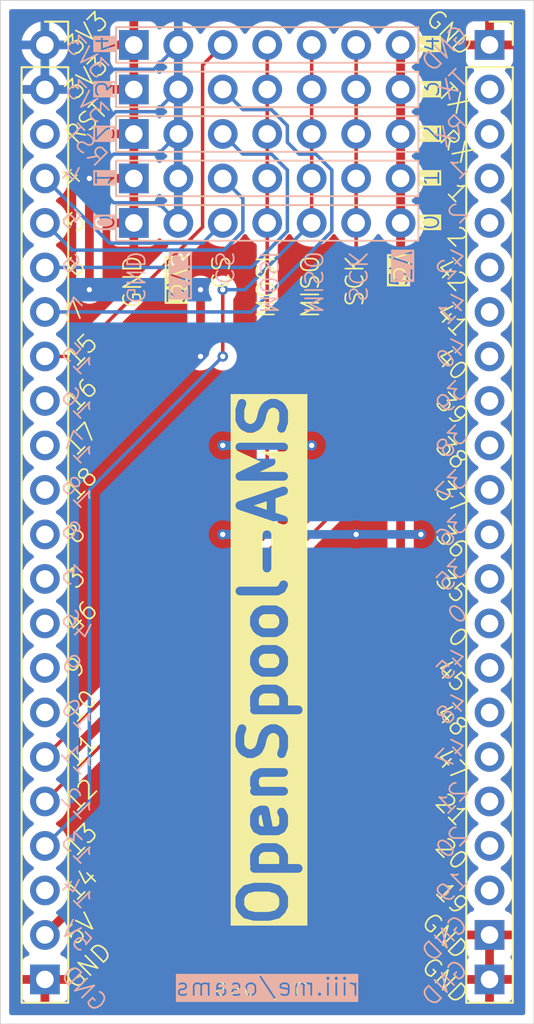
<source format=kicad_pcb>
(kicad_pcb (version 20241229) (generator "pcbnew") (generator_version "9.0")
  (layers (0 "F.Cu" signal) (2 "B.Cu" signal) (13 "F.Paste" user) (15 "B.Paste" user) (5 "F.SilkS" user "F.Silkscreen") (7 "B.SilkS" user "B.Silkscreen") (1 "F.Mask" user) (3 "B.Mask" user) (25 "Edge.Cuts" user))
  (net 0 "")
  (net 15 "/GND")
  (net 17 "/3V3")
  (net 32 "/SC4")
  (net 33 "/SC1")
  (net 34 "/SC3")
  (net 35 "/SC2")
  (net 36 "/MISO")
  (net 37 "/MOSI")
  (net 38 "/SCK")
  (net 39 "/SC5")
  (net 40 "/5V")
  (footprint "Connector_PinSocket_2.54mm:PinSocket_1x22_P2.54mm_Vertical" (layer "F.Cu") (at 66.04 50.8)
    (property "Reference" "J2" (hide yes))
    (property "Value" "ESP32-L" (hide yes))
    (fp_line (start -1.33 1.27) (end -1.33 54.67) (stroke (width 0.12)) (layer "F.SilkS"))
    (fp_line (start -1.33 1.27) (end 1.33 1.27) (stroke (width 0.12)) (layer "F.SilkS"))
    (fp_line (start -1.33 54.67) (end 1.33 54.67) (stroke (width 0.12)) (layer "F.SilkS"))
    (fp_line (start 0 -1.33) (end 1.33 -1.33) (stroke (width 0.12)) (layer "F.SilkS"))
    (fp_line (start 1.33 -1.33) (end 1.33 0) (stroke (width 0.12)) (layer "F.SilkS"))
    (fp_line (start 1.33 1.27) (end 1.33 54.67) (stroke (width 0.12)) (layer "F.SilkS"))
    (pad "1" thru_hole oval (at 0 0) (size 1.7 1.7) (drill 1) (layers "*.Cu" "*.Mask") (net 17 "/3V3"))
    (pad "2" thru_hole oval (at 0 2.54) (size 1.7 1.7) (drill 1) (layers "*.Cu" "*.Mask") (net 17 "/3V3"))
    (pad "3" thru_hole oval (at 0 5.08) (size 1.7 1.7) (drill 1) (layers "*.Cu" "*.Mask"))
    (pad "4" thru_hole oval (at 0 7.62) (size 1.7 1.7) (drill 1) (layers "*.Cu" "*.Mask") (net 33 "/SC1"))
    (pad "5" thru_hole oval (at 0 10.16) (size 1.7 1.7) (drill 1) (layers "*.Cu" "*.Mask") (net 35 "/SC2"))
    (pad "6" thru_hole oval (at 0 12.7) (size 1.7 1.7) (drill 1) (layers "*.Cu" "*.Mask") (net 34 "/SC3"))
    (pad "7" thru_hole oval (at 0 15.24) (size 1.7 1.7) (drill 1) (layers "*.Cu" "*.Mask") (net 32 "/SC4"))
    (pad "8" thru_hole oval (at 0 17.78) (size 1.7 1.7) (drill 1) (layers "*.Cu" "*.Mask") (net 39 "/SC5"))
    (pad "9" thru_hole oval (at 0 20.32) (size 1.7 1.7) (drill 1) (layers "*.Cu" "*.Mask"))
    (pad "10" thru_hole oval (at 0 22.86) (size 1.7 1.7) (drill 1) (layers "*.Cu" "*.Mask"))
    (pad "11" thru_hole oval (at 0 25.4) (size 1.7 1.7) (drill 1) (layers "*.Cu" "*.Mask"))
    (pad "12" thru_hole oval (at 0 27.94) (size 1.7 1.7) (drill 1) (layers "*.Cu" "*.Mask"))
    (pad "13" thru_hole oval (at 0 30.48) (size 1.7 1.7) (drill 1) (layers "*.Cu" "*.Mask"))
    (pad "14" thru_hole oval (at 0 33.02) (size 1.7 1.7) (drill 1) (layers "*.Cu" "*.Mask"))
    (pad "15" thru_hole oval (at 0 35.56) (size 1.7 1.7) (drill 1) (layers "*.Cu" "*.Mask"))
    (pad "16" thru_hole oval (at 0 38.1) (size 1.7 1.7) (drill 1) (layers "*.Cu" "*.Mask"))
    (pad "17" thru_hole oval (at 0 40.64) (size 1.7 1.7) (drill 1) (layers "*.Cu" "*.Mask") (net 37 "/MOSI"))
    (pad "18" thru_hole oval (at 0 43.18) (size 1.7 1.7) (drill 1) (layers "*.Cu" "*.Mask") (net 38 "/SCK"))
    (pad "19" thru_hole oval (at 0 45.72) (size 1.7 1.7) (drill 1) (layers "*.Cu" "*.Mask") (net 36 "/MISO"))
    (pad "20" thru_hole oval (at 0 48.26) (size 1.7 1.7) (drill 1) (layers "*.Cu" "*.Mask"))
    (pad "21" thru_hole oval (at 0 50.8) (size 1.7 1.7) (drill 1) (layers "*.Cu" "*.Mask") (net 40 "/5V"))
    (pad "22" thru_hole rect (at 0 53.34) (size 1.7 1.7) (drill 1) (layers "*.Cu" "*.Mask") (net 15 "/GND"))
  )
  (footprint "Connector_PinSocket_2.54mm:PinSocket_1x22_P2.54mm_Vertical" (layer "F.Cu") (at 91.44 50.8)
    (property "Reference" "J3" (hide yes))
    (property "Value" "ESP32-R" (hide yes))
    (fp_line (start -1.33 1.27) (end -1.33 54.67) (stroke (width 0.12)) (layer "F.SilkS"))
    (fp_line (start -1.33 1.27) (end 1.33 1.27) (stroke (width 0.12)) (layer "F.SilkS"))
    (fp_line (start -1.33 54.67) (end 1.33 54.67) (stroke (width 0.12)) (layer "F.SilkS"))
    (fp_line (start 0 -1.33) (end 1.33 -1.33) (stroke (width 0.12)) (layer "F.SilkS"))
    (fp_line (start 1.33 -1.33) (end 1.33 0) (stroke (width 0.12)) (layer "F.SilkS"))
    (fp_line (start 1.33 1.27) (end 1.33 54.67) (stroke (width 0.12)) (layer "F.SilkS"))
    (pad "1" thru_hole rect (at 0 0) (size 1.7 1.7) (drill 1) (layers "*.Cu" "*.Mask") (net 15 "/GND"))
    (pad "2" thru_hole oval (at 0 2.54) (size 1.7 1.7) (drill 1) (layers "*.Cu" "*.Mask"))
    (pad "3" thru_hole oval (at 0 5.08) (size 1.7 1.7) (drill 1) (layers "*.Cu" "*.Mask"))
    (pad "4" thru_hole oval (at 0 7.62) (size 1.7 1.7) (drill 1) (layers "*.Cu" "*.Mask"))
    (pad "5" thru_hole oval (at 0 10.16) (size 1.7 1.7) (drill 1) (layers "*.Cu" "*.Mask"))
    (pad "6" thru_hole oval (at 0 12.7) (size 1.7 1.7) (drill 1) (layers "*.Cu" "*.Mask"))
    (pad "7" thru_hole oval (at 0 15.24) (size 1.7 1.7) (drill 1) (layers "*.Cu" "*.Mask"))
    (pad "8" thru_hole oval (at 0 17.78) (size 1.7 1.7) (drill 1) (layers "*.Cu" "*.Mask"))
    (pad "9" thru_hole oval (at 0 20.32) (size 1.7 1.7) (drill 1) (layers "*.Cu" "*.Mask"))
    (pad "10" thru_hole oval (at 0 22.86) (size 1.7 1.7) (drill 1) (layers "*.Cu" "*.Mask"))
    (pad "11" thru_hole oval (at 0 25.4) (size 1.7 1.7) (drill 1) (layers "*.Cu" "*.Mask"))
    (pad "12" thru_hole oval (at 0 27.94) (size 1.7 1.7) (drill 1) (layers "*.Cu" "*.Mask"))
    (pad "13" thru_hole oval (at 0 30.48) (size 1.7 1.7) (drill 1) (layers "*.Cu" "*.Mask"))
    (pad "14" thru_hole oval (at 0 33.02) (size 1.7 1.7) (drill 1) (layers "*.Cu" "*.Mask"))
    (pad "15" thru_hole oval (at 0 35.56) (size 1.7 1.7) (drill 1) (layers "*.Cu" "*.Mask"))
    (pad "16" thru_hole oval (at 0 38.1) (size 1.7 1.7) (drill 1) (layers "*.Cu" "*.Mask"))
    (pad "17" thru_hole oval (at 0 40.64) (size 1.7 1.7) (drill 1) (layers "*.Cu" "*.Mask"))
    (pad "18" thru_hole oval (at 0 43.18) (size 1.7 1.7) (drill 1) (layers "*.Cu" "*.Mask"))
    (pad "19" thru_hole oval (at 0 45.72) (size 1.7 1.7) (drill 1) (layers "*.Cu" "*.Mask"))
    (pad "20" thru_hole oval (at 0 48.26) (size 1.7 1.7) (drill 1) (layers "*.Cu" "*.Mask"))
    (pad "21" thru_hole rect (at 0 50.8) (size 1.7 1.7) (drill 1) (layers "*.Cu" "*.Mask") (net 15 "/GND"))
    (pad "22" thru_hole rect (at 0 53.34) (size 1.7 1.7) (drill 1) (layers "*.Cu" "*.Mask") (net 15 "/GND"))
  )
  (footprint "Connector_PinSocket_2.54mm:PinSocket_1x05_P2.54mm_Vertical" (layer "B.Cu") (at 83.82 50.8 180)
    (property "Reference" "J8" (hide yes))
    (property "Value" "SCK")
    (pad "1" thru_hole oval (at 0 0 180) (size 1.7 1.7) (drill 1) (layers "*.Cu" "*.Mask") (net 38 "/SCK"))
    (pad "2" thru_hole oval (at 0 -2.54 180) (size 1.7 1.7) (drill 1) (layers "*.Cu" "*.Mask") (net 38 "/SCK"))
    (pad "3" thru_hole oval (at 0 -5.08 180) (size 1.7 1.7) (drill 1) (layers "*.Cu" "*.Mask") (net 38 "/SCK"))
    (pad "4" thru_hole oval (at 0 -7.62 180) (size 1.7 1.7) (drill 1) (layers "*.Cu" "*.Mask") (net 38 "/SCK"))
    (pad "5" thru_hole oval (at 0 -10.16 180) (size 1.7 1.7) (drill 1) (layers "*.Cu" "*.Mask") (net 38 "/SCK"))
  )
  (footprint "Connector_PinSocket_2.54mm:PinSocket_1x05_P2.54mm_Vertical" (layer "B.Cu") (at 71.12 50.8 180)
    (property "Reference" "J1" (hide yes))
    (property "Value" "GND")
    (pad "1" thru_hole rect (at 0 0 180) (size 1.7 1.7) (drill 1) (layers "*.Cu" "*.Mask") (net 15 "/GND"))
    (pad "2" thru_hole rect (at 0 -2.54 180) (size 1.7 1.7) (drill 1) (layers "*.Cu" "*.Mask") (net 15 "/GND"))
    (pad "3" thru_hole rect (at 0 -5.08 180) (size 1.7 1.7) (drill 1) (layers "*.Cu" "*.Mask") (net 15 "/GND"))
    (pad "4" thru_hole rect (at 0 -7.62 180) (size 1.7 1.7) (drill 1) (layers "*.Cu" "*.Mask") (net 15 "/GND"))
    (pad "5" thru_hole rect (at 0 -10.16 180) (size 1.7 1.7) (drill 1) (layers "*.Cu" "*.Mask") (net 15 "/GND"))
  )
  (footprint "Connector_PinSocket_2.54mm:PinSocket_1x05_P2.54mm_Vertical" (layer "B.Cu") (at 73.66 50.8 180)
    (property "Reference" "J7" (hide yes))
    (property "Value" "3V3")
    (pad "1" thru_hole oval (at 0 0 180) (size 1.7 1.7) (drill 1) (layers "*.Cu" "*.Mask") (net 17 "/3V3"))
    (pad "2" thru_hole oval (at 0 -2.54 180) (size 1.7 1.7) (drill 1) (layers "*.Cu" "*.Mask") (net 17 "/3V3"))
    (pad "3" thru_hole oval (at 0 -5.08 180) (size 1.7 1.7) (drill 1) (layers "*.Cu" "*.Mask") (net 17 "/3V3"))
    (pad "4" thru_hole oval (at 0 -7.62 180) (size 1.7 1.7) (drill 1) (layers "*.Cu" "*.Mask") (net 17 "/3V3"))
    (pad "5" thru_hole oval (at 0 -10.16 180) (size 1.7 1.7) (drill 1) (layers "*.Cu" "*.Mask") (net 17 "/3V3"))
  )
  (footprint "Connector_PinSocket_2.54mm:PinSocket_1x05_P2.54mm_Vertical" (layer "B.Cu") (at 81.28 50.8 180)
    (property "Reference" "J9" (hide yes))
    (property "Value" "MISO")
    (pad "1" thru_hole oval (at 0 0 180) (size 1.7 1.7) (drill 1) (layers "*.Cu" "*.Mask") (net 36 "/MISO"))
    (pad "2" thru_hole oval (at 0 -2.54 180) (size 1.7 1.7) (drill 1) (layers "*.Cu" "*.Mask") (net 36 "/MISO"))
    (pad "3" thru_hole oval (at 0 -5.08 180) (size 1.7 1.7) (drill 1) (layers "*.Cu" "*.Mask") (net 36 "/MISO"))
    (pad "4" thru_hole oval (at 0 -7.62 180) (size 1.7 1.7) (drill 1) (layers "*.Cu" "*.Mask") (net 36 "/MISO"))
    (pad "5" thru_hole oval (at 0 -10.16 180) (size 1.7 1.7) (drill 1) (layers "*.Cu" "*.Mask") (net 36 "/MISO"))
  )
  (footprint "Connector_PinSocket_2.54mm:PinSocket_1x05_P2.54mm_Vertical" (layer "B.Cu") (at 86.36 50.8 180)
    (property "Reference" "J4" (hide yes))
    (property "Value" "5V")
    (pad "1" thru_hole oval (at 0 0 180) (size 1.7 1.7) (drill 1) (layers "*.Cu" "*.Mask") (net 40 "/5V"))
    (pad "2" thru_hole oval (at 0 -2.54 180) (size 1.7 1.7) (drill 1) (layers "*.Cu" "*.Mask") (net 40 "/5V"))
    (pad "3" thru_hole oval (at 0 -5.08 180) (size 1.7 1.7) (drill 1) (layers "*.Cu" "*.Mask") (net 40 "/5V"))
    (pad "4" thru_hole oval (at 0 -7.62 180) (size 1.7 1.7) (drill 1) (layers "*.Cu" "*.Mask") (net 40 "/5V"))
    (pad "5" thru_hole oval (at 0 -10.16 180) (size 1.7 1.7) (drill 1) (layers "*.Cu" "*.Mask") (net 40 "/5V"))
  )
  (footprint "Connector_PinSocket_2.54mm:PinSocket_1x05_P2.54mm_Vertical" (layer "B.Cu") (at 76.2 50.8 180)
    (property "Reference" "J6" (hide yes))
    (property "Value" "CS")
    (pad "1" thru_hole oval (at 0 0 180) (size 1.7 1.7) (drill 1) (layers "*.Cu" "*.Mask") (net 39 "/SC5"))
    (pad "2" thru_hole oval (at 0 -2.54 180) (size 1.7 1.7) (drill 1) (layers "*.Cu" "*.Mask") (net 32 "/SC4"))
    (pad "3" thru_hole oval (at 0 -5.08 180) (size 1.7 1.7) (drill 1) (layers "*.Cu" "*.Mask") (net 34 "/SC3"))
    (pad "4" thru_hole oval (at 0 -7.62 180) (size 1.7 1.7) (drill 1) (layers "*.Cu" "*.Mask") (net 35 "/SC2"))
    (pad "5" thru_hole oval (at 0 -10.16 180) (size 1.7 1.7) (drill 1) (layers "*.Cu" "*.Mask") (net 33 "/SC1"))
  )
  (footprint "Connector_PinSocket_2.54mm:PinSocket_1x05_P2.54mm_Vertical" (layer "B.Cu") (at 78.74 50.8 180)
    (property "Reference" "J5" (hide yes))
    (property "Value" "MOSI")
    (pad "1" thru_hole oval (at 0 0 180) (size 1.7 1.7) (drill 1) (layers "*.Cu" "*.Mask") (net 37 "/MOSI"))
    (pad "2" thru_hole oval (at 0 -2.54 180) (size 1.7 1.7) (drill 1) (layers "*.Cu" "*.Mask") (net 37 "/MOSI"))
    (pad "3" thru_hole oval (at 0 -5.08 180) (size 1.7 1.7) (drill 1) (layers "*.Cu" "*.Mask") (net 37 "/MOSI"))
    (pad "4" thru_hole oval (at 0 -7.62 180) (size 1.7 1.7) (drill 1) (layers "*.Cu" "*.Mask") (net 37 "/MOSI"))
    (pad "5" thru_hole oval (at 0 -10.16 180) (size 1.7 1.7) (drill 1) (layers "*.Cu" "*.Mask") (net 37 "/MOSI"))
  )
  (gr_line (start 70.104 56.896) (end 87.376 56.896) (stroke (width 0.1)) (layer "F.SilkS"))
  (gr_line (start 87.376 59.436) (end 70.104 59.436) (stroke (width 0.1)) (layer "F.SilkS"))
  (gr_line (start 87.376 57.404) (end 87.376 59.436) (stroke (width 0.1)) (layer "F.SilkS"))
  (gr_line (start 70.104 59.436) (end 70.104 57.404) (stroke (width 0.1)) (layer "F.SilkS"))
  (gr_line (start 87.376 59.944) (end 87.376 61.976) (stroke (width 0.1)) (layer "F.SilkS"))
  (gr_line (start 87.376 61.976) (end 70.104 61.976) (stroke (width 0.1)) (layer "F.SilkS"))
  (gr_line (start 70.104 54.864) (end 70.104 56.896) (stroke (width 0.1)) (layer "F.SilkS"))
  (gr_line (start 70.104 51.816) (end 87.376 51.816) (stroke (width 0.1)) (layer "F.SilkS"))
  (gr_line (start 70.104 52.324) (end 87.376 52.324) (stroke (width 0.1)) (layer "F.SilkS"))
  (gr_line (start 87.376 56.896) (end 87.376 54.864) (stroke (width 0.1)) (layer "F.SilkS"))
  (gr_line (start 87.376 52.324) (end 87.376 54.356) (stroke (width 0.1)) (layer "F.SilkS"))
  (gr_line (start 70.104 51.816) (end 70.104 49.784) (stroke (width 0.1)) (layer "F.SilkS"))
  (gr_line (start 70.104 52.324) (end 70.104 54.356) (stroke (width 0.1)) (layer "F.SilkS"))
  (gr_line (start 87.376 51.816) (end 87.376 49.784) (stroke (width 0.1)) (layer "F.SilkS"))
  (gr_line (start 70.104 59.944) (end 87.376 59.944) (stroke (width 0.1)) (layer "F.SilkS"))
  (gr_line (start 87.376 54.864) (end 70.104 54.864) (stroke (width 0.1)) (layer "F.SilkS"))
  (gr_line (start 70.104 57.404) (end 87.376 57.404) (stroke (width 0.1)) (layer "F.SilkS"))
  (gr_line (start 70.104 61.976) (end 70.104 59.944) (stroke (width 0.1)) (layer "F.SilkS"))
  (gr_line (start 87.376 49.784) (end 70.104 49.784) (stroke (width 0.1)) (layer "F.SilkS"))
  (gr_line (start 87.376 54.356) (end 70.104 54.356) (stroke (width 0.1)) (layer "F.SilkS"))
  (gr_line (start 70.104 51.816) (end 87.376 51.816) (stroke (width 0.1)) (layer "B.SilkS"))
  (gr_line (start 70.104 59.944) (end 70.104 61.976) (stroke (width 0.1)) (layer "B.SilkS"))
  (gr_line (start 70.104 49.784) (end 70.104 51.816) (stroke (width 0.1)) (layer "B.SilkS"))
  (gr_line (start 87.376 61.976) (end 87.376 59.944) (stroke (width 0.1)) (layer "B.SilkS"))
  (gr_line (start 87.376 54.864) (end 70.104 54.864) (stroke (width 0.1)) (layer "B.SilkS"))
  (gr_line (start 87.376 57.404) (end 70.104 57.404) (stroke (width 0.1)) (layer "B.SilkS"))
  (gr_line (start 87.376 54.356) (end 87.376 52.324) (stroke (width 0.1)) (layer "B.SilkS"))
  (gr_line (start 70.104 52.324) (end 70.104 54.356) (stroke (width 0.1)) (layer "B.SilkS"))
  (gr_line (start 70.104 56.896) (end 87.376 56.896) (stroke (width 0.1)) (layer "B.SilkS"))
  (gr_line (start 70.104 54.864) (end 70.104 56.896) (stroke (width 0.1)) (layer "B.SilkS"))
  (gr_line (start 87.376 51.816) (end 87.376 49.784) (stroke (width 0.1)) (layer "B.SilkS"))
  (gr_line (start 70.104 61.976) (end 87.376 61.976) (stroke (width 0.1)) (layer "B.SilkS"))
  (gr_line (start 87.376 56.896) (end 87.376 54.864) (stroke (width 0.1)) (layer "B.SilkS"))
  (gr_line (start 70.104 59.436) (end 87.376 59.436) (stroke (width 0.1)) (layer "B.SilkS"))
  (gr_line (start 87.376 59.436) (end 87.376 57.404) (stroke (width 0.1)) (layer "B.SilkS"))
  (gr_line (start 87.376 52.324) (end 70.104 52.324) (stroke (width 0.1)) (layer "B.SilkS"))
  (gr_line (start 70.104 57.404) (end 70.104 59.436) (stroke (width 0.1)) (layer "B.SilkS"))
  (gr_line (start 87.376 49.784) (end 70.104 49.784) (stroke (width 0.1)) (layer "B.SilkS"))
  (gr_line (start 87.376 59.944) (end 70.104 59.944) (stroke (width 0.1)) (layer "B.SilkS"))
  (gr_line (start 70.104 54.356) (end 87.376 54.356) (stroke (width 0.1)) (layer "B.SilkS"))
  (gr_rect (start 63.5 48.26) (end 93.98 106.68) (stroke (width 0.05)) (fill no) (layer "Edge.Cuts"))
  (gr_text "48" (at 90.424 89.662 315) (layer "F.SilkS") (effects (font (size 1 1) (thickness 0.1)) (justify right top)))
  (gr_text "GND" (at 90.424 102.362 315) (layer "F.SilkS") (effects (font (size 1 1) (thickness 0.1)) (justify right top)))
  (gr_text "3" (at 88.646 53.848 90) (layer "F.SilkS" knockout) (effects (font (size 1 1) (thickness 0.1)) (justify left bottom)))
  (gr_text "45" (at 90.424 87.122 315) (layer "F.SilkS") (effects (font (size 1 1) (thickness 0.1)) (justify right top)))
  (gr_text "6" (at 67.818 64.262 45) (layer "F.SilkS") (effects (font (size 1 1) (thickness 0.1)) (justify left bottom)))
  (gr_text "3V3" (at 67.818 51.562 45) (layer "F.SilkS") (effects (font (size 1 1) (thickness 0.1)) (justify left bottom)))
  (gr_text "46" (at 67.818 84.582 45) (layer "F.SilkS") (effects (font (size 1 1) (thickness 0.1)) (justify left bottom)))
  (gr_text "37" (at 90.424 76.962 315) (layer "F.SilkS") (effects (font (size 1 1) (thickness 0.1)) (justify right top)))
  (gr_text "21" (at 90.424 94.742 315) (layer "F.SilkS") (effects (font (size 1 1) (thickness 0.1)) (justify right top)))
  (gr_text "0" (at 88.646 61.468 90) (layer "F.SilkS" knockout) (effects (font (size 1 1) (thickness 0.1)) (justify left bottom)))
  (gr_text "36" (at 90.424 79.502 315) (layer "F.SilkS") (effects (font (size 1 1) (thickness 0.1)) (justify right top)))
  (gr_text "OpenSpool-AMS" (at 80.01 101.346 90) (layer "F.SilkS" knockout) (effects (font (size 2.5 2.5) (thickness 0.5) (bold yes)) (justify left bottom)))
  (gr_text "11" (at 67.818 92.202 45) (layer "F.SilkS") (effects (font (size 1 1) (thickness 0.1)) (justify left bottom)))
  (gr_text "13" (at 67.818 97.282 45) (layer "F.SilkS") (effects (font (size 1 1) (thickness 0.1)) (justify left bottom)))
  (gr_text "2" (at 90.424 61.722 315) (layer "F.SilkS") (effects (font (size 1 1) (thickness 0.1)) (justify right top)))
  (gr_text "SCK" (at 84.328 62.738 90) (layer "F.SilkS") (effects (font (size 1 1) (thickness 0.1)) (justify right bottom)))
  (gr_text "14" (at 67.818 99.822 45) (layer "F.SilkS") (effects (font (size 1 1) (thickness 0.1)) (justify left bottom)))
  (gr_text "GND" (at 90.424 104.902 315) (layer "F.SilkS") (effects (font (size 1 1) (thickness 0.1)) (justify right top)))
  (gr_text "5" (at 67.818 61.722 45) (layer "F.SilkS") (effects (font (size 1 1) (thickness 0.1)) (justify left bottom)))
  (gr_text "GND" (at 71.628 62.738 90) (layer "F.SilkS") (effects (font (size 1 1) (thickness 0.1)) (justify right bottom)))
  (gr_text "3" (at 67.818 82.042 45) (layer "F.SilkS") (effects (font (size 1 1) (thickness 0.1)) (justify left bottom)))
  (gr_text "42" (at 90.424 64.262 315) (layer "F.SilkS") (effects (font (size 1 1) (thickness 0.1)) (justify right top)))
  (gr_text "16" (at 67.818 71.882 45) (layer "F.SilkS") (effects (font (size 1 1) (thickness 0.1)) (justify left bottom)))
  (gr_text "39" (at 90.424 71.882 315) (layer "F.SilkS") (effects (font (size 1 1) (thickness 0.1)) (justify right top)))
  (gr_text "15" (at 67.818 69.342 45) (layer "F.SilkS") (effects (font (size 1 1) (thickness 0.1)) (justify left bottom)))
  (gr_text "47" (at 90.424 92.202 315) (layer "F.SilkS") (effects (font (size 1 1) (thickness 0.1)) (justify right top)))
  (gr_text "35" (at 90.424 82.042 315) (layer "F.SilkS") (effects (font (size 1 1) (thickness 0.1)) (justify right top)))
  (gr_text "4" (at 88.646 51.308 90) (layer "F.SilkS" knockout) (effects (font (size 1 1) (thickness 0.1)) (justify left bottom)))
  (gr_text "12" (at 67.818 94.742 45) (layer "F.SilkS") (effects (font (size 1 1) (thickness 0.1)) (justify left bottom)))
  (gr_text "CS" (at 76.708 62.738 90) (layer "F.SilkS") (effects (font (size 1 1) (thickness 0.1)) (justify right bottom)))
  (gr_text "4" (at 67.564 59.182 45) (layer "F.SilkS") (effects (font (size 1 1) (thickness 0.1)) (justify left bottom)))
  (gr_text "3V3" (at 74.168 62.738 90) (layer "F.SilkS" knockout) (effects (font (size 1 1) (thickness 0.1)) (justify right bottom)))
  (gr_text "1" (at 88.646 58.928 90) (layer "F.SilkS" knockout) (effects (font (size 1 1) (thickness 0.1)) (justify left bottom)))
  (gr_text "5V" (at 86.868 62.738 90) (layer "F.SilkS" knockout) (effects (font (size 1 1) (thickness 0.1)) (justify right bottom)))
  (gr_text "8" (at 67.818 79.502 45) (layer "F.SilkS") (effects (font (size 1 1) (thickness 0.1)) (justify left bottom)))
  (gr_text "5V" (at 67.818 102.362 45) (layer "F.SilkS") (effects (font (size 1 1) (thickness 0.1)) (justify left bottom)))
  (gr_text "17" (at 67.818 74.422 45) (layer "F.SilkS") (effects (font (size 1 1) (thickness 0.1)) (justify left bottom)))
  (gr_text "1" (at 90.424 59.182 315) (layer "F.SilkS") (effects (font (size 1 1) (thickness 0.1)) (justify right top)))
  (gr_text "GND" (at 67.818 104.902 45) (layer "F.SilkS") (effects (font (size 1 1) (thickness 0.1)) (justify left bottom)))
  (gr_text "0" (at 90.424 84.582 315) (layer "F.SilkS") (effects (font (size 1 1) (thickness 0.1)) (justify right top)))
  (gr_text "18" (at 67.818 76.962 45) (layer "F.SilkS") (effects (font (size 1 1) (thickness 0.1)) (justify left bottom)))
  (gr_text "7" (at 67.818 66.802 45) (layer "F.SilkS") (effects (font (size 1 1) (thickness 0.1)) (justify left bottom)))
  (gr_text "10" (at 67.818 89.662 45) (layer "F.SilkS") (effects (font (size 1 1) (thickness 0.1)) (justify left bottom)))
  (gr_text "Rev 1.0" (at 81.280953 105.41 0) (layer "F.SilkS") (effects (font (size 1 1) (thickness 0.1)) (justify right bottom)))
  (gr_text "TX" (at 90.424 54.102 315) (layer "F.SilkS") (effects (font (size 1 1) (thickness 0.1)) (justify right top)))
  (gr_text "19" (at 90.424 99.822 315) (layer "F.SilkS") (effects (font (size 1 1) (thickness 0.1)) (justify right top)))
  (gr_text "RX" (at 90.678 56.896 315) (layer "F.SilkS") (effects (font (size 1 1) (thickness 0.1)) (justify right top)))
  (gr_text "40" (at 90.424 69.342 315) (layer "F.SilkS") (effects (font (size 1 1) (thickness 0.1)) (justify right top)))
  (gr_text "20" (at 90.424 97.282 315) (layer "F.SilkS") (effects (font (size 1 1) (thickness 0.1)) (justify right top)))
  (gr_text "RST" (at 67.818 56.642 45) (layer "F.SilkS") (effects (font (size 1 1) (thickness 0.1)) (justify left bottom)))
  (gr_text "GND" (at 90.678 50.8 315) (layer "F.SilkS") (effects (font (size 1 1) (thickness 0.1)) (justify right top)))
  (gr_text "41" (at 90.424 66.802 315) (layer "F.SilkS") (effects (font (size 1 1) (thickness 0.1)) (justify right top)))
  (gr_text "MISO" (at 81.788 62.738 90) (layer "F.SilkS") (effects (font (size 1 1) (thickness 0.1)) (justify right bottom)))
  (gr_text "MOSI" (at 79.248 62.738 90) (layer "F.SilkS") (effects (font (size 1 1) (thickness 0.1)) (justify right bottom)))
  (gr_text "2" (at 88.646 56.388 90) (layer "F.SilkS" knockout) (effects (font (size 1 1) (thickness 0.1)) (justify left bottom)))
  (gr_text "9" (at 67.818 87.122 45) (layer "F.SilkS") (effects (font (size 1 1) (thickness 0.1)) (justify left bottom)))
  (gr_text "38" (at 90.424 74.422 315) (layer "F.SilkS") (effects (font (size 1 1) (thickness 0.1)) (justify right top)))
  (gr_text "3V3" (at 67.818 54.102 45) (layer "F.SilkS") (effects (font (size 1 1) (thickness 0.1)) (justify left bottom)))
  (gr_text "42" (at 90.424 62.992 45) (layer "B.SilkS") (effects (font (size 1 1) (thickness 0.1)) (justify left bottom mirror)))
  (gr_text "12" (at 67.564 92.964 315) (layer "B.SilkS") (effects (font (size 1 1) (thickness 0.1)) (justify right top mirror)))
  (gr_text "45" (at 90.424 85.852 45) (layer "B.SilkS") (effects (font (size 1 1) (thickness 0.1)) (justify left bottom mirror)))
  (gr_text "SCK" (at 83.312 62.484 270) (layer "B.SilkS") (effects (font (size 1 1) (thickness 0.1)) (justify right bottom mirror)))
  (gr_text "18" (at 67.564 75.184 315) (layer "B.SilkS") (effects (font (size 1 1) (thickness 0.1)) (justify right top mirror)))
  (gr_text "5V" (at 67.564 100.584 315) (layer "B.SilkS") (effects (font (size 1 1) (thickness 0.1)) (justify right top mirror)))
  (gr_text "19" (at 90.424 98.552 45) (layer "B.SilkS") (effects (font (size 1 1) (thickness 0.1)) (justify left bottom mirror)))
  (gr_text "3V3" (at 67.818 52.578 315) (layer "B.SilkS") (effects (font (size 1 1) (thickness 0.1)) (justify right top mirror)))
  (gr_text "9" (at 67.564 85.344 315) (layer "B.SilkS") (effects (font (size 1 1) (thickness 0.1)) (justify right top mirror)))
  (gr_text "41" (at 90.424 65.532 45) (layer "B.SilkS") (effects (font (size 1 1) (thickness 0.1)) (justify left bottom mirror)))
  (gr_text "3V3" (at 67.818 50.038 315) (layer "B.SilkS") (effects (font (size 1 1) (thickness 0.1)) (justify right top mirror)))
  (gr_text "38" (at 90.424 73.152 45) (layer "B.SilkS") (effects (font (size 1 1) (thickness 0.1)) (justify left bottom mirror)))
  (gr_text "4" (at 67.564 57.404 315) (layer "B.SilkS") (effects (font (size 1 1) (thickness 0.1)) (justify right top mirror)))
  (gr_text "14" (at 67.564 98.044 315) (layer "B.SilkS") (effects (font (size 1 1) (thickness 0.1)) (justify right top mirror)))
  (gr_text "RX" (at 90.424 55.372 45) (layer "B.SilkS") (effects (font (size 1 1) (thickness 0.1)) (justify left bottom mirror)))
  (gr_text "20" (at 90.424 96.012 45) (layer "B.SilkS") (effects (font (size 1 1) (thickness 0.1)) (justify left bottom mirror)))
  (gr_text "11" (at 67.564 90.424 315) (layer "B.SilkS") (effects (font (size 1 1) (thickness 0.1)) (justify right top mirror)))
  (gr_text "GND" (at 90.424 50.292 45) (layer "B.SilkS") (effects (font (size 1 1) (thickness 0.1)) (justify left bottom mirror)))
  (gr_text "6" (at 67.564 62.484 315) (layer "B.SilkS") (effects (font (size 1 1) (thickness 0.1)) (justify right top mirror)))
  (gr_text "RST" (at 67.818 55.118 315) (layer "B.SilkS") (effects (font (size 1 1) (thickness 0.1)) (justify right top mirror)))
  (gr_text "GND" (at 70.612 62.484 270) (layer "B.SilkS") (effects (font (size 1 1) (thickness 0.1)) (justify right bottom mirror)))
  (gr_text "MISO" (at 80.772 62.484 270) (layer "B.SilkS") (effects (font (size 1 1) (thickness 0.1)) (justify right bottom mirror)))
  (gr_text "48" (at 90.424 88.392 45) (layer "B.SilkS") (effects (font (size 1 1) (thickness 0.1)) (justify left bottom mirror)))
  (gr_text "3V3" (at 73.152 62.484 270) (layer "B.SilkS" knockout) (effects (font (size 1 1) (thickness 0.1)) (justify right bottom mirror)))
  (gr_text "0" (at 68.834 61.468 270) (layer "B.SilkS" knockout) (effects (font (size 1 1) (thickness 0.1)) (justify left bottom mirror)))
  (gr_text "36" (at 90.424 78.232 45) (layer "B.SilkS") (effects (font (size 1 1) (thickness 0.1)) (justify left bottom mirror)))
  (gr_text "3" (at 68.834 53.848 270) (layer "B.SilkS" knockout) (effects (font (size 1 1) (thickness 0.1)) (justify left bottom mirror)))
  (gr_text "17" (at 67.564 72.644 315) (layer "B.SilkS") (effects (font (size 1 1) (thickness 0.1)) (justify right top mirror)))
  (gr_text "0" (at 90.424 83.312 45) (layer "B.SilkS") (effects (font (size 1 1) (thickness 0.1)) (justify left bottom mirror)))
  (gr_text "riii.me/osams" (at 73.428096 105.156 0) (layer "B.SilkS" knockout) (effects (font (size 1 1) (thickness 0.1)) (justify right bottom mirror)))
  (gr_text "GND" (at 67.564 103.124 315) (layer "B.SilkS") (effects (font (size 1 1) (thickness 0.1)) (justify right top mirror)))
  (gr_text "15" (at 67.564 67.564 315) (layer "B.SilkS") (effects (font (size 1 1) (thickness 0.1)) (justify right top mirror)))
  (gr_text "21" (at 90.424 93.472 45) (layer "B.SilkS") (effects (font (size 1 1) (thickness 0.1)) (justify left bottom mirror)))
  (gr_text "13" (at 67.564 95.504 315) (layer "B.SilkS") (effects (font (size 1 1) (thickness 0.1)) (justify right top mirror)))
  (gr_text "37" (at 90.424 75.692 45) (layer "B.SilkS") (effects (font (size 1 1) (thickness 0.1)) (justify left bottom mirror)))
  (gr_text "47" (at 90.424 90.932 45) (layer "B.SilkS") (effects (font (size 1 1) (thickness 0.1)) (justify left bottom mirror)))
  (gr_text "1" (at 68.834 58.928 270) (layer "B.SilkS" knockout) (effects (font (size 1 1) (thickness 0.1)) (justify left bottom mirror)))
  (gr_text "2" (at 90.424 60.452 45) (layer "B.SilkS") (effects (font (size 1 1) (thickness 0.1)) (justify left bottom mirror)))
  (gr_text "4" (at 68.834 51.308 270) (layer "B.SilkS" knockout) (effects (font (size 1 1) (thickness 0.1)) (justify left bottom mirror)))
  (gr_text "16" (at 67.564 70.104 315) (layer "B.SilkS") (effects (font (size 1 1) (thickness 0.1)) (justify right top mirror)))
  (gr_text "7" (at 67.564 65.024 315) (layer "B.SilkS") (effects (font (size 1 1) (thickness 0.1)) (justify right top mirror)))
  (gr_text "35" (at 90.424 80.772 45) (layer "B.SilkS") (effects (font (size 1 1) (thickness 0.1)) (justify left bottom mirror)))
  (gr_text "GND" (at 90.424 101.092 45) (layer "B.SilkS") (effects (font (size 1 1) (thickness 0.1)) (justify left bottom mirror)))
  (gr_text "2" (at 68.834 56.388 270) (layer "B.SilkS" knockout) (effects (font (size 1 1) (thickness 0.1)) (justify left bottom mirror)))
  (gr_text "40" (at 90.424 68.072 45) (layer "B.SilkS") (effects (font (size 1 1) (thickness 0.1)) (justify left bottom mirror)))
  (gr_text "46" (at 67.564 82.804 315) (layer "B.SilkS") (effects (font (size 1 1) (thickness 0.1)) (justify right top mirror)))
  (gr_text "CS" (at 75.692 62.484 270) (layer "B.SilkS") (effects (font (size 1 1) (thickness 0.1)) (justify right bottom mirror)))
  (gr_text "39" (at 90.424 70.612 45) (layer "B.SilkS") (effects (font (size 1 1) (thickness 0.1)) (justify left bottom mirror)))
  (gr_text "TX" (at 90.424 52.832 45) (layer "B.SilkS") (effects (font (size 1 1) (thickness 0.1)) (justify left bottom mirror)))
  (gr_text "3" (at 67.564 80.264 315) (layer "B.SilkS") (effects (font (size 1 1) (thickness 0.1)) (justify right top mirror)))
  (gr_text "MOSI" (at 78.232 62.484 270) (layer "B.SilkS") (effects (font (size 1 1) (thickness 0.1)) (justify right bottom mirror)))
  (gr_text "GND" (at 90.424 103.632 45) (layer "B.SilkS") (effects (font (size 1 1) (thickness 0.1)) (justify left bottom mirror)))
  (gr_text "5V" (at 85.852 62.484 270) (layer "B.SilkS" knockout) (effects (font (size 1 1) (thickness 0.1)) (justify right bottom mirror)))
  (gr_text "5" (at 67.564 59.944 315) (layer "B.SilkS") (effects (font (size 1 1) (thickness 0.1)) (justify right top mirror)))
  (gr_text "1" (at 90.424 57.912 45) (layer "B.SilkS") (effects (font (size 1 1) (thickness 0.1)) (justify left bottom mirror)))
  (gr_text "10" (at 67.564 87.884 315) (layer "B.SilkS") (effects (font (size 1 1) (thickness 0.1)) (justify right top mirror)))
  (gr_text "8" (at 67.564 77.724 315) (layer "B.SilkS") (effects (font (size 1 1) (thickness 0.1)) (justify right top mirror)))
  (via (at 83.82 78.74) (size 0.6) (drill 0.3) (layers "F.Cu" "B.Cu") (net 15))
  (via (at 76.2 73.66) (size 0.6) (drill 0.3) (layers "F.Cu" "B.Cu") (net 15))
  (via (at 81.28 73.66) (size 0.6) (drill 0.3) (layers "F.Cu" "B.Cu") (net 15))
  (via (at 76.2 78.74) (size 0.6) (drill 0.3) (layers "F.Cu" "B.Cu") (net 15))
  (via (at 87.519729 78.74) (size 0.6) (drill 0.3) (layers "F.Cu" "B.Cu") (net 15))
  (segment (start 83.82 78.74) (end 76.2 78.74) (width 0.5) (layer "B.Cu") (net 15))
  (segment (start 83.82 78.74) (end 87.519729 78.74) (width 0.5) (layer "B.Cu") (net 15))
  (segment (start 76.2 73.66) (end 81.28 73.66) (width 0.5) (layer "B.Cu") (net 15))
  (segment (start 68.58 58.42) (end 68.58 64.77) (width 0.5) (layer "F.Cu") (net 17))
  (segment (start 74.93 64.77) (end 74.93 68.58) (width 0.5) (layer "F.Cu") (net 17))
  (via (at 68.58 58.42) (size 0.6) (drill 0.3) (layers "F.Cu" "B.Cu") (net 17))
  (via (at 68.58 64.77) (size 0.6) (drill 0.3) (layers "F.Cu" "B.Cu") (net 17))
  (via (at 74.93 68.58) (size 0.6) (drill 0.3) (layers "F.Cu" "B.Cu") (net 17))
  (via (at 74.93 64.77) (size 0.6) (drill 0.3) (layers "F.Cu" "B.Cu") (net 17))
  (segment (start 72.271 52.189) (end 69.969 52.189) (width 0.2) (layer "B.Cu") (net 17))
  (segment (start 73.66 50.8) (end 72.271 52.189) (width 0.2) (layer "B.Cu") (net 17))
  (segment (start 68.58 53.578) (end 68.58 58.42) (width 0.2) (layer "B.Cu") (net 17))
  (segment (start 68.58 58.42) (end 69.969 57.031) (width 0.2) (layer "B.Cu") (net 17))
  (segment (start 68.58 58.42) (end 69.969 59.809) (width 0.2) (layer "B.Cu") (net 17))
  (segment (start 73.66 53.34) (end 72.39 54.61) (width 0.2) (layer "B.Cu") (net 17))
  (segment (start 72.509 57.031) (end 73.66 55.88) (width 0.2) (layer "B.Cu") (net 17))
  (segment (start 72.509 59.809) (end 73.66 60.96) (width 0.2) (layer "B.Cu") (net 17))
  (segment (start 69.969 57.031) (end 72.509 57.031) (width 0.2) (layer "B.Cu") (net 17))
  (segment (start 72.39 54.61) (end 70.088 54.61) (width 0.2) (layer "B.Cu") (net 17))
  (segment (start 69.969 59.809) (end 72.509 59.809) (width 0.2) (layer "B.Cu") (net 17))
  (segment (start 70.088 54.61) (end 68.58 56.118) (width 0.2) (layer "B.Cu") (net 17))
  (segment (start 68.58 56.118) (end 68.58 58.42) (width 0.2) (layer "B.Cu") (net 17))
  (segment (start 69.969 52.189) (end 68.58 53.578) (width 0.2) (layer "B.Cu") (net 17))
  (segment (start 82.431 57.94324) (end 81.51876 57.031) (width 0.2) (layer "B.Cu") (net 32))
  (segment (start 82.431 61.43676) (end 82.431 57.94324) (width 0.2) (layer "B.Cu") (net 32))
  (segment (start 81.51876 57.031) (end 80.56524 57.031) (width 0.2) (layer "B.Cu") (net 32))
  (segment (start 80.56524 57.031) (end 79.891 56.35676) (width 0.2) (layer "B.Cu") (net 32))
  (segment (start 77.351 54.491) (end 76.2 53.34) (width 0.2) (layer "B.Cu") (net 32))
  (segment (start 66.04 66.04) (end 77.82776 66.04) (width 0.2) (layer "B.Cu") (net 32))
  (segment (start 77.82776 66.04) (end 82.431 61.43676) (width 0.2) (layer "B.Cu") (net 32))
  (segment (start 79.891 55.40324) (end 78.97876 54.491) (width 0.2) (layer "B.Cu") (net 32))
  (segment (start 78.97876 54.491) (end 77.351 54.491) (width 0.2) (layer "B.Cu") (net 32))
  (segment (start 79.891 56.35676) (end 79.891 55.40324) (width 0.2) (layer "B.Cu") (net 32))
  (segment (start 75.049 62.111) (end 76.2 60.96) (width 0.2) (layer "B.Cu") (net 33))
  (segment (start 69.731 62.111) (end 75.049 62.111) (width 0.2) (layer "B.Cu") (net 33))
  (segment (start 66.04 58.42) (end 69.731 62.111) (width 0.2) (layer "B.Cu") (net 33))
  (segment (start 79.891 61.43676) (end 79.891 57.94324) (width 0.2) (layer "B.Cu") (net 34))
  (segment (start 77.82776 63.5) (end 79.891 61.43676) (width 0.2) (layer "B.Cu") (net 34))
  (segment (start 79.891 57.94324) (end 78.97876 57.031) (width 0.2) (layer "B.Cu") (net 34))
  (segment (start 78.97876 57.031) (end 77.351 57.031) (width 0.2) (layer "B.Cu") (net 34))
  (segment (start 77.351 57.031) (end 76.2 55.88) (width 0.2) (layer "B.Cu") (net 34))
  (segment (start 66.04 63.5) (end 77.82776 63.5) (width 0.2) (layer "B.Cu") (net 34))
  (segment (start 77.351 61.43676) (end 77.351 59.571) (width 0.2) (layer "B.Cu") (net 35))
  (segment (start 77.351 59.571) (end 76.2 58.42) (width 0.2) (layer "B.Cu") (net 35))
  (segment (start 66.04 60.96) (end 67.592 62.512) (width 0.2) (layer "B.Cu") (net 35))
  (segment (start 76.27576 62.512) (end 77.351 61.43676) (width 0.2) (layer "B.Cu") (net 35))
  (segment (start 67.592 62.512) (end 76.27576 62.512) (width 0.2) (layer "B.Cu") (net 35))
  (segment (start 81.28 60.96) (end 81.28 58.42) (width 0.2) (layer "F.Cu") (net 36))
  (segment (start 81.28 50.8) (end 81.28 53.34) (width 0.2) (layer "F.Cu") (net 36))
  (segment (start 81.28 55.88) (end 81.28 53.34) (width 0.2) (layer "F.Cu") (net 36))
  (segment (start 76.2 65.024) (end 76.2 68.58) (width 0.2) (layer "F.Cu") (net 36))
  (segment (start 81.28 58.42) (end 81.28 55.88) (width 0.2) (layer "F.Cu") (net 36))
  (via (at 76.2 68.58) (size 0.6) (drill 0.3) (layers "F.Cu" "B.Cu") (net 36))
  (via (at 76.2 64.77) (size 0.6) (drill 0.3) (layers "F.Cu" "B.Cu") (net 36))
  (segment (start 68.58 93.98) (end 68.58 76.2) (width 0.2) (layer "B.Cu") (net 36))
  (segment (start 81.28 60.96) (end 77.47 64.77) (width 0.2) (layer "B.Cu") (net 36))
  (segment (start 68.58 76.2) (end 76.2 68.58) (width 0.2) (layer "B.Cu") (net 36))
  (segment (start 77.47 64.77) (end 76.2 64.77) (width 0.2) (layer "B.Cu") (net 36))
  (segment (start 66.04 96.52) (end 68.58 93.98) (width 0.2) (layer "B.Cu") (net 36))
  (segment (start 78.74 53.34) (end 78.74 55.88) (width 0.2) (layer "F.Cu") (net 37))
  (segment (start 78.74 50.8) (end 78.74 53.34) (width 0.2) (layer "F.Cu") (net 37))
  (segment (start 78.74 60.96) (end 78.74 78.74) (width 0.2) (layer "F.Cu") (net 37))
  (segment (start 78.74 78.74) (end 66.04 91.44) (width 0.2) (layer "F.Cu") (net 37))
  (segment (start 78.74 55.88) (end 78.74 58.42) (width 0.2) (layer "F.Cu") (net 37))
  (segment (start 78.74 58.42) (end 78.74 60.96) (width 0.2) (layer "F.Cu") (net 37))
  (segment (start 83.82 53.34) (end 83.82 55.88) (width 0.2) (layer "F.Cu") (net 38))
  (segment (start 83.82 55.88) (end 83.82 58.42) (width 0.2) (layer "F.Cu") (net 38))
  (segment (start 83.82 60.96) (end 83.82 76.2) (width 0.2) (layer "F.Cu") (net 38))
  (segment (start 83.82 50.8) (end 83.82 53.34) (width 0.2) (layer "F.Cu") (net 38))
  (segment (start 83.82 76.2) (end 66.04 93.98) (width 0.2) (layer "F.Cu") (net 38))
  (segment (start 83.82 58.42) (end 83.82 60.96) (width 0.2) (layer "F.Cu") (net 38))
  (segment (start 67.66776 68.58) (end 66.04 68.58) (width 0.2) (layer "F.Cu") (net 39))
  (segment (start 76.2 50.8) (end 75.049 51.951) (width 0.2) (layer "F.Cu") (net 39))
  (segment (start 75.049 51.951) (end 75.049 61.19876) (width 0.2) (layer "F.Cu") (net 39))
  (segment (start 75.049 61.19876) (end 67.66776 68.58) (width 0.2) (layer "F.Cu") (net 39))
  (segment (start 86.36 53.34) (end 86.36 55.88) (width 0.5) (layer "F.Cu") (net 40))
  (segment (start 86.36 50.8) (end 86.36 53.34) (width 0.5) (layer "F.Cu") (net 40))
  (segment (start 86.36 81.28) (end 66.04 101.6) (width 0.5) (layer "F.Cu") (net 40))
  (segment (start 86.36 55.88) (end 86.36 58.42) (width 0.5) (layer "F.Cu") (net 40))
  (segment (start 86.36 58.42) (end 86.36 60.96) (width 0.5) (layer "F.Cu") (net 40))
  (segment (start 86.36 60.96) (end 86.36 81.28) (width 0.5) (layer "F.Cu") (net 40))
  (zone (net 15) (net_name "/GND") (layer "F.Cu") (connect_pads (clearance 0.5)) (min_thickness 0.25) (fill yes (thermal_gap 0.5) (thermal_bridge_width 0.5))
    (polygon (pts (xy 63.5 48.26) (xy 93.98 48.26) (xy 93.98 106.68) (xy 63.5 106.68)))
  )
  (zone (net 17) (net_name "/3V3") (layer "B.Cu") (priority 1) (connect_pads (clearance 0.5)) (min_thickness 0.25) (fill yes (thermal_gap 0.5) (thermal_bridge_width 0.5))
    (polygon (pts (xy 63.5 48.26) (xy 93.98 48.26) (xy 93.98 106.68) (xy 63.5 106.68)))
  )
)
</source>
